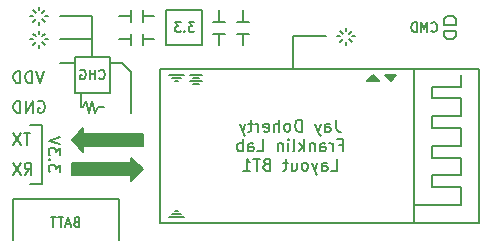
<source format=gbr>
G04 #@! TF.GenerationSoftware,KiCad,Pcbnew,(5.0.0-3-g5ebb6b6)*
G04 #@! TF.CreationDate,2020-03-13T11:28:04-04:00*
G04 #@! TF.ProjectId,Project,50726F6A6563742E6B696361645F7063,rev?*
G04 #@! TF.SameCoordinates,Original*
G04 #@! TF.FileFunction,Legend,Bot*
G04 #@! TF.FilePolarity,Positive*
%FSLAX46Y46*%
G04 Gerber Fmt 4.6, Leading zero omitted, Abs format (unit mm)*
G04 Created by KiCad (PCBNEW (5.0.0-3-g5ebb6b6)) date Friday, March 13, 2020 at 11:28:04 AM*
%MOMM*%
%LPD*%
G01*
G04 APERTURE LIST*
%ADD10C,0.150000*%
%ADD11C,0.200000*%
G04 APERTURE END LIST*
D10*
G36*
X133000000Y-101000000D02*
X134000000Y-101000000D01*
X133500000Y-101500000D01*
X133000000Y-101000000D01*
G37*
X133000000Y-101000000D02*
X134000000Y-101000000D01*
X133500000Y-101500000D01*
X133000000Y-101000000D01*
G36*
X132000000Y-101000000D02*
X131500000Y-101500000D01*
X132500000Y-101500000D01*
X132000000Y-101000000D01*
G37*
X132000000Y-101000000D02*
X131500000Y-101500000D01*
X132500000Y-101500000D01*
X132000000Y-101000000D01*
G36*
X111500000Y-108500000D02*
X106500000Y-108500000D01*
X106500000Y-109500000D01*
X111500000Y-109500000D01*
X111500000Y-108500000D01*
G37*
X111500000Y-108500000D02*
X106500000Y-108500000D01*
X106500000Y-109500000D01*
X111500000Y-109500000D01*
X111500000Y-108500000D01*
G36*
X112500000Y-109000000D02*
X111500000Y-108000000D01*
X111500000Y-110000000D01*
X112500000Y-109000000D01*
G37*
X112500000Y-109000000D02*
X111500000Y-108000000D01*
X111500000Y-110000000D01*
X112500000Y-109000000D01*
G36*
X106500000Y-106500000D02*
X107500000Y-105500000D01*
X107500000Y-107500000D01*
X106500000Y-106500000D01*
G37*
X106500000Y-106500000D02*
X107500000Y-105500000D01*
X107500000Y-107500000D01*
X106500000Y-106500000D01*
G36*
X107500000Y-106000000D02*
X112500000Y-106000000D01*
X112500000Y-107000000D01*
X107500000Y-107000000D01*
X107500000Y-106000000D01*
G37*
X107500000Y-106000000D02*
X112500000Y-106000000D01*
X112500000Y-107000000D01*
X107500000Y-107000000D01*
X107500000Y-106000000D01*
X136964166Y-97285714D02*
X137002261Y-97323809D01*
X137116547Y-97361904D01*
X137192738Y-97361904D01*
X137307023Y-97323809D01*
X137383214Y-97247619D01*
X137421309Y-97171428D01*
X137459404Y-97019047D01*
X137459404Y-96904761D01*
X137421309Y-96752380D01*
X137383214Y-96676190D01*
X137307023Y-96600000D01*
X137192738Y-96561904D01*
X137116547Y-96561904D01*
X137002261Y-96600000D01*
X136964166Y-96638095D01*
X136621309Y-97361904D02*
X136621309Y-96561904D01*
X136354642Y-97133333D01*
X136087976Y-96561904D01*
X136087976Y-97361904D01*
X135707023Y-97361904D02*
X135707023Y-96561904D01*
X135516547Y-96561904D01*
X135402261Y-96600000D01*
X135326071Y-96676190D01*
X135287976Y-96752380D01*
X135249880Y-96904761D01*
X135249880Y-97019047D01*
X135287976Y-97171428D01*
X135326071Y-97247619D01*
X135402261Y-97323809D01*
X135516547Y-97361904D01*
X135707023Y-97361904D01*
X116750000Y-101750000D02*
X117250000Y-101750000D01*
X116500000Y-101500000D02*
X117500000Y-101500000D01*
X116750000Y-101250000D02*
X117250000Y-101250000D01*
X116500000Y-101000000D02*
X117500000Y-101000000D01*
X115250000Y-112500000D02*
X115500000Y-112500000D01*
X115000000Y-112750000D02*
X115750000Y-112750000D01*
X114750000Y-113000000D02*
X116000000Y-113000000D01*
X115250000Y-101500000D02*
X115500000Y-101500000D01*
X115000000Y-101250000D02*
X115750000Y-101250000D01*
X114750000Y-101000000D02*
X116000000Y-101000000D01*
X125250000Y-97750000D02*
X125250000Y-100500000D01*
X108750000Y-103750000D02*
X109250000Y-103750000D01*
X108500000Y-104250000D02*
X108750000Y-103750000D01*
X108250000Y-103250000D02*
X108500000Y-104250000D01*
X108000000Y-104250000D02*
X108250000Y-103250000D01*
X107750000Y-103250000D02*
X108000000Y-104250000D01*
X107500000Y-103750000D02*
X107750000Y-103250000D01*
X107250000Y-103750000D02*
X107500000Y-103750000D01*
X107250000Y-102500000D02*
X107250000Y-103750000D01*
X128000000Y-97750000D02*
X125250000Y-97750000D01*
X139000000Y-97250000D02*
X138000000Y-97250000D01*
X139000000Y-97750000D02*
X139000000Y-97250000D01*
X138750000Y-98000000D02*
X139000000Y-97750000D01*
X138250000Y-98000000D02*
X138750000Y-98000000D01*
X138000000Y-97750000D02*
X138250000Y-98000000D01*
X138000000Y-97250000D02*
X138000000Y-97750000D01*
X138750000Y-96000000D02*
X138250000Y-96000000D01*
X139000000Y-96250000D02*
X138750000Y-96000000D01*
X139000000Y-96750000D02*
X139000000Y-96250000D01*
X138000000Y-96750000D02*
X139000000Y-96750000D01*
X138000000Y-96250000D02*
X138000000Y-96750000D01*
X138250000Y-96000000D02*
X138000000Y-96250000D01*
X129250000Y-97750000D02*
X129000000Y-97750000D01*
X129500000Y-97500000D02*
X129250000Y-97250000D01*
X130000000Y-97500000D02*
X130250000Y-97250000D01*
X129750000Y-97250000D02*
X129750000Y-97000000D01*
X130250000Y-97750000D02*
X130500000Y-97750000D01*
X130000000Y-98000000D02*
X130250000Y-98250000D01*
X129500000Y-98000000D02*
X129250000Y-98250000D01*
X129750000Y-98250000D02*
X129750000Y-98500000D01*
X111500000Y-102500000D02*
X111500000Y-104250000D01*
X111500000Y-100750000D02*
X111500000Y-102500000D01*
X105500000Y-100000000D02*
X106750000Y-100000000D01*
X102000000Y-111500000D02*
X110000000Y-111500000D01*
X110500000Y-111500000D02*
X110500000Y-115000000D01*
X110000000Y-111500000D02*
X110500000Y-111500000D01*
X101500000Y-111500000D02*
X102000000Y-111500000D01*
X101500000Y-115000000D02*
X101500000Y-111500000D01*
X108250000Y-96000000D02*
X105500000Y-96000000D01*
X108250000Y-98000000D02*
X108250000Y-96000000D01*
X105500000Y-98000000D02*
X108250000Y-98000000D01*
X108250000Y-98000000D02*
X105500000Y-98000000D01*
X108250000Y-99500000D02*
X108250000Y-98000000D01*
X103500000Y-96250000D02*
X103250000Y-96500000D01*
X104000000Y-96250000D02*
X104250000Y-96500000D01*
X104000000Y-95750000D02*
X104250000Y-95500000D01*
X103500000Y-95750000D02*
X103250000Y-95500000D01*
X103250000Y-96000000D02*
X103000000Y-96000000D01*
X104250000Y-96000000D02*
X104500000Y-96000000D01*
X103750000Y-95500000D02*
X103750000Y-95250000D01*
X103750000Y-96500000D02*
X103750000Y-96750000D01*
X103500000Y-97750000D02*
X103250000Y-97500000D01*
X103250000Y-98000000D02*
X103000000Y-98000000D01*
X103500000Y-98250000D02*
X103250000Y-98500000D01*
X103750000Y-98500000D02*
X103750000Y-98750000D01*
X104000000Y-98250000D02*
X104250000Y-98500000D01*
X104000000Y-97750000D02*
X104250000Y-97500000D01*
X104250000Y-98000000D02*
X104500000Y-98000000D01*
X103750000Y-97500000D02*
X103750000Y-97250000D01*
X108821428Y-101285714D02*
X108859523Y-101323809D01*
X108973809Y-101361904D01*
X109050000Y-101361904D01*
X109164285Y-101323809D01*
X109240476Y-101247619D01*
X109278571Y-101171428D01*
X109316666Y-101019047D01*
X109316666Y-100904761D01*
X109278571Y-100752380D01*
X109240476Y-100676190D01*
X109164285Y-100600000D01*
X109050000Y-100561904D01*
X108973809Y-100561904D01*
X108859523Y-100600000D01*
X108821428Y-100638095D01*
X108478571Y-101361904D02*
X108478571Y-100561904D01*
X108478571Y-100942857D02*
X108021428Y-100942857D01*
X108021428Y-101361904D02*
X108021428Y-100561904D01*
X107221428Y-100600000D02*
X107297619Y-100561904D01*
X107411904Y-100561904D01*
X107526190Y-100600000D01*
X107602380Y-100676190D01*
X107640476Y-100752380D01*
X107678571Y-100904761D01*
X107678571Y-101019047D01*
X107640476Y-101171428D01*
X107602380Y-101247619D01*
X107526190Y-101323809D01*
X107411904Y-101361904D01*
X107335714Y-101361904D01*
X107221428Y-101323809D01*
X107183333Y-101285714D01*
X107183333Y-101019047D01*
X107335714Y-101019047D01*
X116887976Y-96561904D02*
X116392738Y-96561904D01*
X116659404Y-96866666D01*
X116545119Y-96866666D01*
X116468928Y-96904761D01*
X116430833Y-96942857D01*
X116392738Y-97019047D01*
X116392738Y-97209523D01*
X116430833Y-97285714D01*
X116468928Y-97323809D01*
X116545119Y-97361904D01*
X116773690Y-97361904D01*
X116849880Y-97323809D01*
X116887976Y-97285714D01*
X116049880Y-97285714D02*
X116011785Y-97323809D01*
X116049880Y-97361904D01*
X116087976Y-97323809D01*
X116049880Y-97285714D01*
X116049880Y-97361904D01*
X115745119Y-96561904D02*
X115249880Y-96561904D01*
X115516547Y-96866666D01*
X115402261Y-96866666D01*
X115326071Y-96904761D01*
X115287976Y-96942857D01*
X115249880Y-97019047D01*
X115249880Y-97209523D01*
X115287976Y-97285714D01*
X115326071Y-97323809D01*
X115402261Y-97361904D01*
X115630833Y-97361904D01*
X115707023Y-97323809D01*
X115745119Y-97285714D01*
X110750000Y-100000000D02*
X111500000Y-100750000D01*
X109750000Y-100000000D02*
X110750000Y-100000000D01*
X121000000Y-97500000D02*
X121000000Y-98500000D01*
X120500000Y-97500000D02*
X121500000Y-97500000D01*
X120500000Y-96500000D02*
X121500000Y-96500000D01*
X121000000Y-96500000D02*
X120500000Y-96500000D01*
X121000000Y-95500000D02*
X121000000Y-96500000D01*
X119000000Y-97500000D02*
X119000000Y-98500000D01*
X118500000Y-97500000D02*
X119500000Y-97500000D01*
X119000000Y-96500000D02*
X119000000Y-95500000D01*
X119500000Y-96500000D02*
X119000000Y-96500000D01*
X118500000Y-96500000D02*
X119500000Y-96500000D01*
X112500000Y-97500000D02*
X112500000Y-98500000D01*
X112500000Y-98000000D02*
X112500000Y-97500000D01*
X113500000Y-98000000D02*
X112500000Y-98000000D01*
X111500000Y-97500000D02*
X111500000Y-98500000D01*
X111500000Y-98000000D02*
X111500000Y-97500000D01*
X110500000Y-98000000D02*
X111500000Y-98000000D01*
X112500000Y-96000000D02*
X113500000Y-96000000D01*
X112500000Y-96500000D02*
X112500000Y-95500000D01*
X111500000Y-95500000D02*
X111500000Y-96500000D01*
X111500000Y-96000000D02*
X111500000Y-95500000D01*
X110500000Y-96000000D02*
X111500000Y-96000000D01*
X109750000Y-99500000D02*
X106750000Y-99500000D01*
X109750000Y-102500000D02*
X109750000Y-99500000D01*
X106750000Y-102500000D02*
X109750000Y-102500000D01*
X106750000Y-99500000D02*
X106750000Y-102500000D01*
X117500000Y-95500000D02*
X114500000Y-95500000D01*
X117500000Y-98500000D02*
X117500000Y-95500000D01*
X114500000Y-98500000D02*
X117500000Y-98500000D01*
X114500000Y-95500000D02*
X114500000Y-98500000D01*
X139500000Y-102000000D02*
X139500000Y-101000000D01*
X137000000Y-102000000D02*
X139500000Y-102000000D01*
X137000000Y-103000000D02*
X137000000Y-102000000D01*
X139500000Y-103000000D02*
X137000000Y-103000000D01*
X139500000Y-104500000D02*
X139500000Y-103000000D01*
X137000000Y-104500000D02*
X139500000Y-104500000D01*
X137000000Y-105500000D02*
X137000000Y-104500000D01*
X139500000Y-105500000D02*
X137000000Y-105500000D01*
X139500000Y-107000000D02*
X139500000Y-105500000D01*
X137000000Y-107000000D02*
X139500000Y-107000000D01*
X137000000Y-108000000D02*
X137000000Y-107000000D01*
X139500000Y-108000000D02*
X137000000Y-108000000D01*
X139500000Y-109500000D02*
X139500000Y-108000000D01*
X137000000Y-109500000D02*
X139500000Y-109500000D01*
X137000000Y-110500000D02*
X137000000Y-109500000D01*
X139500000Y-110500000D02*
X137000000Y-110500000D01*
X139500000Y-112000000D02*
X139500000Y-110500000D01*
X135500000Y-112000000D02*
X139500000Y-112000000D01*
X135500000Y-113500000D02*
X135500000Y-100500000D01*
X141000000Y-100500000D02*
X114000000Y-100500000D01*
X141000000Y-113500000D02*
X141000000Y-100500000D01*
X114000000Y-113500000D02*
X141000000Y-113500000D01*
X114000000Y-100500000D02*
X114000000Y-113500000D01*
X106895238Y-113442857D02*
X106780952Y-113480952D01*
X106742857Y-113519047D01*
X106704761Y-113595238D01*
X106704761Y-113709523D01*
X106742857Y-113785714D01*
X106780952Y-113823809D01*
X106857142Y-113861904D01*
X107161904Y-113861904D01*
X107161904Y-113061904D01*
X106895238Y-113061904D01*
X106819047Y-113100000D01*
X106780952Y-113138095D01*
X106742857Y-113214285D01*
X106742857Y-113290476D01*
X106780952Y-113366666D01*
X106819047Y-113404761D01*
X106895238Y-113442857D01*
X107161904Y-113442857D01*
X106400000Y-113633333D02*
X106019047Y-113633333D01*
X106476190Y-113861904D02*
X106209523Y-113061904D01*
X105942857Y-113861904D01*
X105790476Y-113061904D02*
X105333333Y-113061904D01*
X105561904Y-113861904D02*
X105561904Y-113061904D01*
X105180952Y-113061904D02*
X104723809Y-113061904D01*
X104952380Y-113861904D02*
X104952380Y-113061904D01*
D11*
X105547619Y-109226190D02*
X105547619Y-108607142D01*
X105166666Y-108940476D01*
X105166666Y-108797619D01*
X105119047Y-108702380D01*
X105071428Y-108654761D01*
X104976190Y-108607142D01*
X104738095Y-108607142D01*
X104642857Y-108654761D01*
X104595238Y-108702380D01*
X104547619Y-108797619D01*
X104547619Y-109083333D01*
X104595238Y-109178571D01*
X104642857Y-109226190D01*
X104642857Y-108178571D02*
X104595238Y-108130952D01*
X104547619Y-108178571D01*
X104595238Y-108226190D01*
X104642857Y-108178571D01*
X104547619Y-108178571D01*
X105547619Y-107797619D02*
X105547619Y-107178571D01*
X105166666Y-107511904D01*
X105166666Y-107369047D01*
X105119047Y-107273809D01*
X105071428Y-107226190D01*
X104976190Y-107178571D01*
X104738095Y-107178571D01*
X104642857Y-107226190D01*
X104595238Y-107273809D01*
X104547619Y-107369047D01*
X104547619Y-107654761D01*
X104595238Y-107750000D01*
X104642857Y-107797619D01*
X105547619Y-106892857D02*
X104547619Y-106559523D01*
X105547619Y-106226190D01*
D10*
X104000000Y-105250000D02*
X103000000Y-105250000D01*
X104000000Y-110250000D02*
X103000000Y-110250000D01*
X104000000Y-105250000D02*
X104000000Y-110250000D01*
D11*
X102999047Y-105952380D02*
X102427619Y-105952380D01*
X102713333Y-106952380D02*
X102713333Y-105952380D01*
X102189523Y-105952380D02*
X101522857Y-106952380D01*
X101522857Y-105952380D02*
X102189523Y-106952380D01*
X102522857Y-109452380D02*
X102856190Y-108976190D01*
X103094285Y-109452380D02*
X103094285Y-108452380D01*
X102713333Y-108452380D01*
X102618095Y-108500000D01*
X102570476Y-108547619D01*
X102522857Y-108642857D01*
X102522857Y-108785714D01*
X102570476Y-108880952D01*
X102618095Y-108928571D01*
X102713333Y-108976190D01*
X103094285Y-108976190D01*
X102189523Y-108452380D02*
X101522857Y-109452380D01*
X101522857Y-108452380D02*
X102189523Y-109452380D01*
D10*
X128880952Y-104802380D02*
X128880952Y-105516666D01*
X128928571Y-105659523D01*
X129023809Y-105754761D01*
X129166666Y-105802380D01*
X129261904Y-105802380D01*
X127976190Y-105802380D02*
X127976190Y-105278571D01*
X128023809Y-105183333D01*
X128119047Y-105135714D01*
X128309523Y-105135714D01*
X128404761Y-105183333D01*
X127976190Y-105754761D02*
X128071428Y-105802380D01*
X128309523Y-105802380D01*
X128404761Y-105754761D01*
X128452380Y-105659523D01*
X128452380Y-105564285D01*
X128404761Y-105469047D01*
X128309523Y-105421428D01*
X128071428Y-105421428D01*
X127976190Y-105373809D01*
X127595238Y-105135714D02*
X127357142Y-105802380D01*
X127119047Y-105135714D02*
X127357142Y-105802380D01*
X127452380Y-106040476D01*
X127500000Y-106088095D01*
X127595238Y-106135714D01*
X125976190Y-105802380D02*
X125976190Y-104802380D01*
X125738095Y-104802380D01*
X125595238Y-104850000D01*
X125500000Y-104945238D01*
X125452380Y-105040476D01*
X125404761Y-105230952D01*
X125404761Y-105373809D01*
X125452380Y-105564285D01*
X125500000Y-105659523D01*
X125595238Y-105754761D01*
X125738095Y-105802380D01*
X125976190Y-105802380D01*
X124833333Y-105802380D02*
X124928571Y-105754761D01*
X124976190Y-105707142D01*
X125023809Y-105611904D01*
X125023809Y-105326190D01*
X124976190Y-105230952D01*
X124928571Y-105183333D01*
X124833333Y-105135714D01*
X124690476Y-105135714D01*
X124595238Y-105183333D01*
X124547619Y-105230952D01*
X124500000Y-105326190D01*
X124500000Y-105611904D01*
X124547619Y-105707142D01*
X124595238Y-105754761D01*
X124690476Y-105802380D01*
X124833333Y-105802380D01*
X124071428Y-105802380D02*
X124071428Y-104802380D01*
X123642857Y-105802380D02*
X123642857Y-105278571D01*
X123690476Y-105183333D01*
X123785714Y-105135714D01*
X123928571Y-105135714D01*
X124023809Y-105183333D01*
X124071428Y-105230952D01*
X122785714Y-105754761D02*
X122880952Y-105802380D01*
X123071428Y-105802380D01*
X123166666Y-105754761D01*
X123214285Y-105659523D01*
X123214285Y-105278571D01*
X123166666Y-105183333D01*
X123071428Y-105135714D01*
X122880952Y-105135714D01*
X122785714Y-105183333D01*
X122738095Y-105278571D01*
X122738095Y-105373809D01*
X123214285Y-105469047D01*
X122309523Y-105802380D02*
X122309523Y-105135714D01*
X122309523Y-105326190D02*
X122261904Y-105230952D01*
X122214285Y-105183333D01*
X122119047Y-105135714D01*
X122023809Y-105135714D01*
X121833333Y-105135714D02*
X121452380Y-105135714D01*
X121690476Y-104802380D02*
X121690476Y-105659523D01*
X121642857Y-105754761D01*
X121547619Y-105802380D01*
X121452380Y-105802380D01*
X121214285Y-105135714D02*
X120976190Y-105802380D01*
X120738095Y-105135714D02*
X120976190Y-105802380D01*
X121071428Y-106040476D01*
X121119047Y-106088095D01*
X121214285Y-106135714D01*
X129119047Y-106928571D02*
X129452380Y-106928571D01*
X129452380Y-107452380D02*
X129452380Y-106452380D01*
X128976190Y-106452380D01*
X128595238Y-107452380D02*
X128595238Y-106785714D01*
X128595238Y-106976190D02*
X128547619Y-106880952D01*
X128500000Y-106833333D01*
X128404761Y-106785714D01*
X128309523Y-106785714D01*
X127547619Y-107452380D02*
X127547619Y-106928571D01*
X127595238Y-106833333D01*
X127690476Y-106785714D01*
X127880952Y-106785714D01*
X127976190Y-106833333D01*
X127547619Y-107404761D02*
X127642857Y-107452380D01*
X127880952Y-107452380D01*
X127976190Y-107404761D01*
X128023809Y-107309523D01*
X128023809Y-107214285D01*
X127976190Y-107119047D01*
X127880952Y-107071428D01*
X127642857Y-107071428D01*
X127547619Y-107023809D01*
X127071428Y-106785714D02*
X127071428Y-107452380D01*
X127071428Y-106880952D02*
X127023809Y-106833333D01*
X126928571Y-106785714D01*
X126785714Y-106785714D01*
X126690476Y-106833333D01*
X126642857Y-106928571D01*
X126642857Y-107452380D01*
X126166666Y-107452380D02*
X126166666Y-106452380D01*
X126071428Y-107071428D02*
X125785714Y-107452380D01*
X125785714Y-106785714D02*
X126166666Y-107166666D01*
X125214285Y-107452380D02*
X125309523Y-107404761D01*
X125357142Y-107309523D01*
X125357142Y-106452380D01*
X124833333Y-107452380D02*
X124833333Y-106785714D01*
X124833333Y-106452380D02*
X124880952Y-106500000D01*
X124833333Y-106547619D01*
X124785714Y-106500000D01*
X124833333Y-106452380D01*
X124833333Y-106547619D01*
X124357142Y-106785714D02*
X124357142Y-107452380D01*
X124357142Y-106880952D02*
X124309523Y-106833333D01*
X124214285Y-106785714D01*
X124071428Y-106785714D01*
X123976190Y-106833333D01*
X123928571Y-106928571D01*
X123928571Y-107452380D01*
X122214285Y-107452380D02*
X122690476Y-107452380D01*
X122690476Y-106452380D01*
X121452380Y-107452380D02*
X121452380Y-106928571D01*
X121500000Y-106833333D01*
X121595238Y-106785714D01*
X121785714Y-106785714D01*
X121880952Y-106833333D01*
X121452380Y-107404761D02*
X121547619Y-107452380D01*
X121785714Y-107452380D01*
X121880952Y-107404761D01*
X121928571Y-107309523D01*
X121928571Y-107214285D01*
X121880952Y-107119047D01*
X121785714Y-107071428D01*
X121547619Y-107071428D01*
X121452380Y-107023809D01*
X120976190Y-107452380D02*
X120976190Y-106452380D01*
X120976190Y-106833333D02*
X120880952Y-106785714D01*
X120690476Y-106785714D01*
X120595238Y-106833333D01*
X120547619Y-106880952D01*
X120500000Y-106976190D01*
X120500000Y-107261904D01*
X120547619Y-107357142D01*
X120595238Y-107404761D01*
X120690476Y-107452380D01*
X120880952Y-107452380D01*
X120976190Y-107404761D01*
X128452380Y-109102380D02*
X128928571Y-109102380D01*
X128928571Y-108102380D01*
X127690476Y-109102380D02*
X127690476Y-108578571D01*
X127738095Y-108483333D01*
X127833333Y-108435714D01*
X128023809Y-108435714D01*
X128119047Y-108483333D01*
X127690476Y-109054761D02*
X127785714Y-109102380D01*
X128023809Y-109102380D01*
X128119047Y-109054761D01*
X128166666Y-108959523D01*
X128166666Y-108864285D01*
X128119047Y-108769047D01*
X128023809Y-108721428D01*
X127785714Y-108721428D01*
X127690476Y-108673809D01*
X127309523Y-108435714D02*
X127071428Y-109102380D01*
X126833333Y-108435714D02*
X127071428Y-109102380D01*
X127166666Y-109340476D01*
X127214285Y-109388095D01*
X127309523Y-109435714D01*
X126309523Y-109102380D02*
X126404761Y-109054761D01*
X126452380Y-109007142D01*
X126500000Y-108911904D01*
X126500000Y-108626190D01*
X126452380Y-108530952D01*
X126404761Y-108483333D01*
X126309523Y-108435714D01*
X126166666Y-108435714D01*
X126071428Y-108483333D01*
X126023809Y-108530952D01*
X125976190Y-108626190D01*
X125976190Y-108911904D01*
X126023809Y-109007142D01*
X126071428Y-109054761D01*
X126166666Y-109102380D01*
X126309523Y-109102380D01*
X125119047Y-108435714D02*
X125119047Y-109102380D01*
X125547619Y-108435714D02*
X125547619Y-108959523D01*
X125500000Y-109054761D01*
X125404761Y-109102380D01*
X125261904Y-109102380D01*
X125166666Y-109054761D01*
X125119047Y-109007142D01*
X124785714Y-108435714D02*
X124404761Y-108435714D01*
X124642857Y-108102380D02*
X124642857Y-108959523D01*
X124595238Y-109054761D01*
X124500000Y-109102380D01*
X124404761Y-109102380D01*
X122976190Y-108578571D02*
X122833333Y-108626190D01*
X122785714Y-108673809D01*
X122738095Y-108769047D01*
X122738095Y-108911904D01*
X122785714Y-109007142D01*
X122833333Y-109054761D01*
X122928571Y-109102380D01*
X123309523Y-109102380D01*
X123309523Y-108102380D01*
X122976190Y-108102380D01*
X122880952Y-108150000D01*
X122833333Y-108197619D01*
X122785714Y-108292857D01*
X122785714Y-108388095D01*
X122833333Y-108483333D01*
X122880952Y-108530952D01*
X122976190Y-108578571D01*
X123309523Y-108578571D01*
X122452380Y-108102380D02*
X121880952Y-108102380D01*
X122166666Y-109102380D02*
X122166666Y-108102380D01*
X121023809Y-109102380D02*
X121595238Y-109102380D01*
X121309523Y-109102380D02*
X121309523Y-108102380D01*
X121404761Y-108245238D01*
X121500000Y-108340476D01*
X121595238Y-108388095D01*
D11*
X103665714Y-103250000D02*
X103760952Y-103202380D01*
X103903809Y-103202380D01*
X104046666Y-103250000D01*
X104141904Y-103345238D01*
X104189523Y-103440476D01*
X104237142Y-103630952D01*
X104237142Y-103773809D01*
X104189523Y-103964285D01*
X104141904Y-104059523D01*
X104046666Y-104154761D01*
X103903809Y-104202380D01*
X103808571Y-104202380D01*
X103665714Y-104154761D01*
X103618095Y-104107142D01*
X103618095Y-103773809D01*
X103808571Y-103773809D01*
X103189523Y-104202380D02*
X103189523Y-103202380D01*
X102618095Y-104202380D01*
X102618095Y-103202380D01*
X102141904Y-104202380D02*
X102141904Y-103202380D01*
X101903809Y-103202380D01*
X101760952Y-103250000D01*
X101665714Y-103345238D01*
X101618095Y-103440476D01*
X101570476Y-103630952D01*
X101570476Y-103773809D01*
X101618095Y-103964285D01*
X101665714Y-104059523D01*
X101760952Y-104154761D01*
X101903809Y-104202380D01*
X102141904Y-104202380D01*
X104141904Y-100702380D02*
X103808571Y-101702380D01*
X103475238Y-100702380D01*
X103141904Y-101702380D02*
X103141904Y-100702380D01*
X102903809Y-100702380D01*
X102760952Y-100750000D01*
X102665714Y-100845238D01*
X102618095Y-100940476D01*
X102570476Y-101130952D01*
X102570476Y-101273809D01*
X102618095Y-101464285D01*
X102665714Y-101559523D01*
X102760952Y-101654761D01*
X102903809Y-101702380D01*
X103141904Y-101702380D01*
X102141904Y-101702380D02*
X102141904Y-100702380D01*
X101903809Y-100702380D01*
X101760952Y-100750000D01*
X101665714Y-100845238D01*
X101618095Y-100940476D01*
X101570476Y-101130952D01*
X101570476Y-101273809D01*
X101618095Y-101464285D01*
X101665714Y-101559523D01*
X101760952Y-101654761D01*
X101903809Y-101702380D01*
X102141904Y-101702380D01*
M02*

</source>
